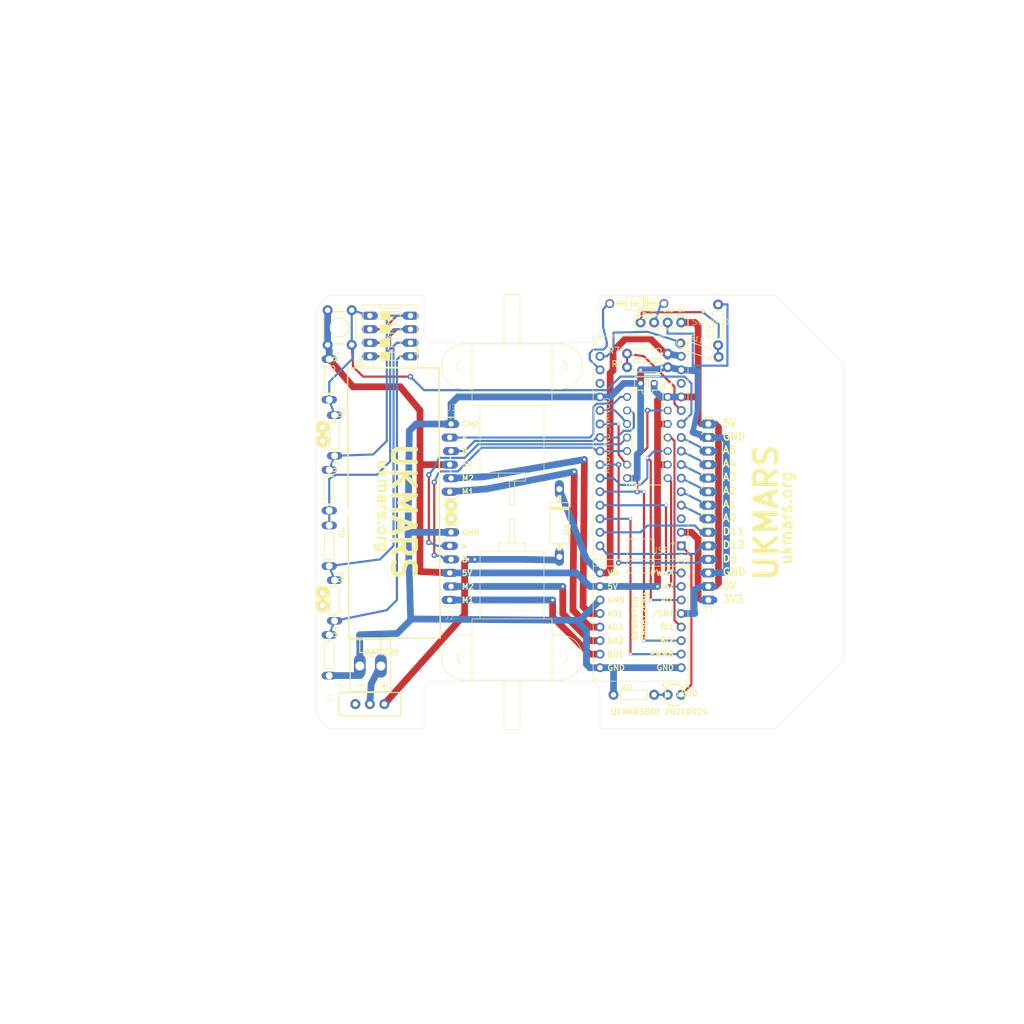
<source format=kicad_pcb>
(kicad_pcb (version 20211014) (generator pcbnew)
  (layers (0 "F.Cu" signal) (31 "B.Cu" signal) (34 "B.Paste" user) (35 "F.Paste" user) (36 "B.SilkS" user "B.Silkscreen") (37 "F.SilkS" user "F.Silkscreen") (38 "B.Mask" user) (39 "F.Mask" user) (44 "Edge.Cuts" user))
  (net 0 "")
  (net 1 "TXD")
  (net 2 "RXD")
  (net 3 "GND")
  (net 4 "LEFT_CLK_A")
  (net 5 "RIGHT_CLK_A")
  (net 6 "USER_IO")
  (net 7 "LEFT_DIR")
  (net 8 "RIGHT_DIR")
  (net 9 "LEFT_PWM")
  (net 10 "PIN4")
  (net 11 "EMITTER_A")
  (net 12 "EMITTER_B")
  (net 13 "SENSOR_0")
  (net 14 "SENSOR_1")
  (net 15 "SENSOR_2")
  (net 16 "SENSOR_3")
  (net 17 "SENSOR_4")
  (net 18 "SENSOR_5")
  (net 19 "FUNCTION_SELECT")
  (net 20 "--")
  (net 21 "V_BATT")
  (net 22 "LEFT_MOTOR_2")
  (net 23 "LEFT_MOTOR_1")
  (net 24 "RIGHT_MOTOR_1")
  (net 25 "RIGHT_MOTOR_2")
  (net 26 "/LEFT_DIR")
  (net 27 "/RIGHT_DIR")
  (net 28 "5V")
  (net 29 "LEFT_A")
  (net 30 "RIGHT_A")
  (net 31 "RIGHT_B")
  (net 32 "N$35")
  (net 33 "N$36")
  (net 34 "LEFT_B")
  (net 35 "N$1")
  (net 36 "N$7")
  (net 37 "N$8")
  (net 38 "N$9")
  (net 39 "N$10")
  (net 40 "3V3")
  (net 41 "N$4")
  (net 42 "N$6")
  (net 43 "N$11")
  (net 44 "N$12")
  (net 45 "N$13")
  (net 46 "N$15")
  (net 47 "D13")
  (net 48 "N$5")
  (net 49 "N$2")
  (net 50 "SERIAL")
  (footprint "ukmarsbot-v1.1:DIL14" (layer "F.Cu") (at 161.2011 91.0336 -90)
    (fp_text reference "IC1")
    (fp_text value "74LS86N")
  )
  (footprint "" (layer "F.Cu") (at 185.3311 129.1336)
    (fp_text reference "@HOLE1" hide)
    (fp_text value "")
  )
  (footprint "" (layer "F.Cu") (at 144.6911 132.3086)
    (fp_text reference "@HOLE7" hide)
    (fp_text value "")
  )
  (footprint "ukmarsbot-v1.1:SPARKFUN-TB6612FNG" (layer "F.Cu") (at 159.9311 126.5936)
    (fp_text reference "U$1" hide)
    (fp_text value "SPARKFUN-TB6612FNG" hide)
  )
  (footprint "ukmarsbot-v1.1:CLASSIC-MAZE-CELL" (layer "F.Cu") (at 135.8011 105.0036)
    (fp_text reference "U$4" hide)
    (fp_text value "" hide)
  )
  (footprint "ukmarsbot-v1.1:1X06_LOCK_LONGPADS" (layer "F.Cu") (at 124.3711 108.8136 -90)
    (fp_text reference "J2")
    (fp_text value "")
  )
  (footprint "ukmarsbot-v1.1:TACTILE_SWITCH_PTH_6.0MM" (layer "F.Cu") (at 103.4711 70.3936 -90)
    (fp_text reference "S2")
    (fp_text value "")
  )
  (footprint "" (layer "F.Cu") (at 192.9511 105.0036)
    (fp_text reference "@HOLE8" hide)
    (fp_text value "")
  )
  (footprint "ukmarsbot-v1.1:LED_3MM" (layer "F.Cu") (at 166.2811 139.2936 180)
    (fp_text reference "LED0")
    (fp_text value "")
  )
  (footprint "ukmarsbot-v1.1:SWITCH_SPDT_PTH_11.6X4.0MM_KIT" (layer "F.Cu") (at 109.1311 141.0436 90)
    (fp_text reference "S1")
    (fp_text value "")
  )
  (footprint "" (layer "F.Cu") (at 175.1711 129.1336)
    (fp_text reference "@HOLE2" hide)
    (fp_text value "")
  )
  (footprint "ukmarsbot-v1.1:0204_7" (layer "F.Cu") (at 170.9711 74.6436 -19.5)
    (fp_text reference "R11")
    (fp_text value "2k2")
  )
  (footprint "" (layer "F.Cu") (at 185.3311 80.8736)
    (fp_text reference "@HOLE0" hide)
    (fp_text value "")
  )
  (footprint "ukmarsbot-v1.1:0204_7" (layer "F.Cu") (at 101.5111 111.3336 90)
    (fp_text reference "R4")
    (fp_text value "2k2")
  )
  (footprint "ukmarsbot-v1.1:0204_7" (layer "F.Cu") (at 161.2011 77.8336 180)
    (fp_text reference "R8")
    (fp_text value "10k")
  )
  (footprint "ukmarsbot-v1.1:KK-156-2" (layer "F.Cu") (at 109.2211 133.8936)
    (fp_text reference "X1")
    (fp_text value "")
  )
  (footprint "ukmarsbot-v1.1:MINI-METAL-GEARMOTOR-WITH-BRACKET" (layer "F.Cu") (at 135.8011 132.3086)
    (fp_text reference "U$2" hide)
    (fp_text value "" hide)
  )
  (footprint "ukmarsbot-v1.1:1X14-LONGPADS" (layer "F.Cu") (at 172.6311 121.5136 90)
    (fp_text reference "J1")
    (fp_text value "")
  )
  (footprint "" (layer "F.Cu") (at 106.5911 105.0036)
    (fp_text reference "@HOLE9" hide)
    (fp_text value "")
  )
  (footprint "" (layer "F.Cu") (at 175.1711 80.8736)
    (fp_text reference "@HOLE3" hide)
    (fp_text value "")
  )
  (footprint "ukmarsbot-v1.1:DO15-12" (layer "F.Cu") (at 144.6911 107.0636 -90)
    (fp_text reference "D1")
    (fp_text value "1N5401/2/4" hide)
  )
  (footprint "ukmarsbot-v1.1:C025-025X050" (layer "F.Cu") (at 161.2011 80.8736 180)
    (fp_text reference "C1")
    (fp_text value "100n")
  )
  (footprint "" (layer "F.Cu") (at 144.6911 77.6986)
    (fp_text reference "@HOLE5" hide)
    (fp_text value "")
  )
  (footprint "ukmarsbot-v1.1:DS-04" (layer "F.Cu") (at 112.9411 71.9836 -90)
    (fp_text reference "S4")
    (fp_text value "")
  )
  (footprint "ukmarsbot-v1.1:DO41-10" (layer "F.Cu") (at 159.2211 65.8936 180)
    (fp_text reference "D2")
    (fp_text value "1N5401/2/4")
  )
  (footprint "ukmarsbot-v1.1:MINI-METAL-GEARMOTOR-WITH-BRACKET" (layer "F.Cu") (at 135.8011 77.6986 180)
    (fp_text reference "U$3" hide)
    (fp_text value "" hide)
  )
  (footprint "ukmarsbot-v1.1:0204_7" (layer "F.Cu") (at 101.5111 100.9236 90)
    (fp_text reference "R3")
    (fp_text value "4k7")
  )
  (footprint "ukmarsbot-v1.1:0204_7" (layer "F.Cu") (at 161.2011 75.2936)
    (fp_text reference "R7")
    (fp_text value "10k")
  )
  (footprint "ukmarsbot-v1.1:1X06_LOCK_LONGPADS" (layer "F.Cu") (at 124.3711 88.4936 -90)
    (fp_text reference "J3")
    (fp_text value "")
  )
  (footprint "ukmarsbot-v1.1:0204_7" (layer "F.Cu") (at 101.5111 131.8836 90)
    (fp_text reference "R6")
    (fp_text value "470")
  )
  (footprint "ukmarsbot-v1.1:0204_7" (layer "F.Cu") (at 102.5111 90.6486 90)
    (fp_text reference "R2")
    (fp_text value "10k")
  )
  (footprint "" (layer "F.Cu") (at 126.9111 77.6986)
    (fp_text reference "@HOLE4" hide)
    (fp_text value "")
  )
  (footprint "ukmarsbot-v1.1:0204_7" (layer "F.Cu") (at 174.4711 69.8936 90)
    (fp_text reference "R10")
    (fp_text value "3k3")
  )
  (footprint "ukmarsbot-v1.1:0204_7" (layer "F.Cu") (at 158.6611 139.2936)
    (fp_text reference "R9")
    (fp_text value "1k0")
  )
  (footprint "ukmarsbot-v1.1:1X04" (layer "F.Cu") (at 167.5511 69.4436 180)
    (fp_text reference "SERIAL0")
    (fp_text value "")
  )
  (footprint "ukmarsbot-v1.1:0204_7" (layer "F.Cu") (at 102.5111 121.6086 90)
    (fp_text reference "R5")
    (fp_text value "1k0")
  )
  (footprint "ukmarsbot-v1.1:ARDUINO_NANO" (layer "F.Cu") (at 159.9311 91.0336 90)
    (fp_text reference "ARDUINO_NANO0")
    (fp_text value "")
  )
  (footprint "" (layer "F.Cu") (at 126.9111 132.3086)
    (fp_text reference "@HOLE6" hide)
    (fp_text value "")
  )
  (footprint "ukmarsbot-v1.1:0204_7" (layer "F.Cu") (at 101.5111 80.1236 90)
    (fp_text reference "R1")
    (fp_text value "10k")
  )
  (gr_line (start 105.1861 128.6536) (end 104.9361 77.9686) (layer "F.SilkS") (width 0.254))
  (gr_line (start 122.0811 77.9686) (end 122.3311 128.6536) (layer "F.SilkS") (width 0.254))
  (gr_circle (center 124.3711 103.7336) (end 125.269125 103.7336) (layer "F.SilkS") (width 0.8128) (fill none))
  (gr_circle (center 100.2411 120.0886) (end 101.139125 120.0886) (layer "F.SilkS") (width 0.8128) (fill none))
  (gr_circle (center 100.2411 89.1286) (end 101.139125 89.1286) (layer "F.SilkS") (width 0.8128) (fill none))
  (gr_circle (center 124.3711 106.2736) (end 125.269125 106.2736) (layer "F.SilkS") (width 0.8128) (fill none))
  (gr_circle (center 100.2411 91.6686) (end 101.139125 91.6686) (layer "F.SilkS") (width 0.8128) (fill none))
  (gr_line (start 122.3311 128.6536) (end 105.1861 128.6536) (layer "F.SilkS") (width 0.254))
  (gr_line (start 104.9361 77.9686) (end 122.0811 77.9686) (layer "F.SilkS") (width 0.254))
  (gr_circle (center 100.2411 122.6286) (end 101.139125 122.6286) (layer "F.SilkS") (width 0.8128) (fill none))
  (gr_arc (start 121.2911 73.2536) (mid 119.876886 72.667814) (end 119.2911 71.2536) (layer "Edge.Cuts") (width 0.05))
  (gr_line (start 119.2911 145.6436) (end 119.2911 138.7536) (layer "Edge.Cuts") (width 0.05))
  (gr_line (start 119.2911 71.2536) (end 119.2911 64.3636) (layer "Edge.Cuts") (width 0.05))
  (gr_line (start 150.3111 73.2536) (end 121.2911 73.2536) (layer "Edge.Cuts") (width 0.05))
  (gr_line (start 101.5111 145.6436) (end 119.2911 145.6436) (layer "Edge.Cuts") (width 0.05))
  (gr_line (start 101.5111 64.3636) (end 98.9711 66.9036) (layer "Edge.Cuts") (width 0.05))
  (gr_line (start 98.9711 143.1036) (end 101.5111 145.6436) (layer "Edge.Cuts") (width 0.05))
  (gr_arc (start 152.3111 71.2536) (mid 151.725314 72.667814) (end 150.3111 73.2536) (layer "Edge.Cuts") (width 0.05))
  (gr_line (start 152.3111 138.7536) (end 152.3111 145.6436) (layer "Edge.Cuts") (width 0.05))
  (gr_line (start 185.3311 64.3636) (end 152.3111 64.3636) (layer "Edge.Cuts") (width 0.05))
  (gr_line (start 185.3311 145.6436) (end 198.0311 132.9436) (layer "Edge.Cuts") (width 0.05))
  (gr_line (start 198.0311 132.9436) (end 198.0311 77.0636) (layer "Edge.Cuts") (width 0.05))
  (gr_arc (start 119.2911 138.7536) (mid 119.876886 137.339386) (end 121.2911 136.7536) (layer "Edge.Cuts") (width 0.05))
  (gr_line (start 152.3111 145.6436) (end 185.3311 145.6436) (layer "Edge.Cuts") (width 0.05))
  (gr_arc (start 150.3111 136.7536) (mid 151.725314 137.339386) (end 152.3111 138.7536) (layer "Edge.Cuts") (width 0.05))
  (gr_line (start 152.3111 64.3636) (end 152.3111 71.2536) (layer "Edge.Cuts") (width 0.05))
  (gr_line (start 98.9711 66.9036) (end 98.9711 143.1036) (layer "Edge.Cuts") (width 0.05))
  (gr_line (start 198.0311 77.0636) (end 185.3311 64.3636) (layer "Edge.Cuts") (width 0.05))
  (gr_line (start 119.2911 64.3636) (end 101.5111 64.3636) (layer "Edge.Cuts") (width 0.05))
  (gr_line (start 121.2911 136.7536) (end 150.3111 136.7536) (layer "Edge.Cuts") (width 0.05))
  (gr_text "5V" (at 175.1711 119.6086) (layer "F.SilkS") (effects (font (size 1.391412 1.391412) (thickness 0.284988)) (justify left bottom)))
  (gr_text "GND" (at 153.5811 122.1486) (layer "F.SilkS") (effects (font (size 1.0541 1.0541) (thickness 0.2159)) (justify left bottom)))
  (gr_text "B02" (at 153.5811 129.7686) (layer "F.SilkS") (effects (font (size 1.0541 1.0541) (thickness 0.2159)) (justify left bottom)))
  (gr_text "5V" (at 153.5811 119.6086) (layer "F.SilkS") (effects (font (size 1.0541 1.0541) (thickness 0.2159)) (justify left bottom)))
  (gr_text "RX" (at 161.5211 67.5736) (layer "F.SilkS") (effects (font (size 0.674624 0.674624) (thickness 0.138176)) (justify left bottom)))
  (gr_text "BI1" (at 166.2811 125.9586) (layer "F.SilkS") (effects (font (size 1.0541 1.0541) (thickness 0.2159)) (justify right top)))
  (gr_text "UKMARS" (at 185.9661 118.3386 90) (layer "F.SilkS") (effects (font (size 4.2164 4.2164) (thickness 0.8636)) (justify left bottom)))
  (gr_text "GND" (at 163.9761 67.5386) (layer "F.SilkS") (effects (font (size 0.674624 0.674624) (thickness 0.138176)) (justify left bottom)))
  (gr_text "GND" (at 126.2761 89.1286) (layer "F.SilkS") (effects (font (size 1.0541 1.0541) (thickness 0.2159)) (justify left bottom)))
  (gr_text "B01" (at 153.5811 132.3086) (layer "F.SilkS") (effects (font (size 1.0541 1.0541) (thickness 0.2159)) (justify left bottom)))
  (gr_text "3V3" (at 175.1711 122.1486) (layer "F.SilkS") (effects (font (size 1.391412 1.391412) (thickness 0.284988)) (justify left bottom)))
  (gr_text "D12" (at 175.1711 111.9886) (layer "F.SilkS") (effects (font (size 1.391412 1.391412) (thickness 0.284988)) (justify left bottom)))
  (gr_text "K" (at 163.7411 138.0236) (layer "F.SilkS") (effects (font (size 0.83 0.83) (thickness 0.17)) (justify left bottom)))
  (gr_text "A0" (at 175.1711 106.9086) (layer "F.SilkS") (effects (font (size 1.391412 1.391412) (thickness 0.284988)) (justify left bottom)))
  (gr_text "/SBY" (at 166.2811 123.4186) (layer "F.SilkS") (effects (font (size 1.0541 1.0541) (thickness 0.2159)) (justify right top)))
  (gr_text "M2" (at 126.2761 119.6086) (layer "F.SilkS") (effects (font (size 1.0541 1.0541) (thickness 0.2159)) (justify left bottom)))
  (gr_text "M2" (at 126.2761 99.2886) (layer "F.SilkS") (effects (font (size 1.0541 1.0541) (thickness 0.2159)) (justify left bottom)))
  (gr_text "A3" (at 175.1711 99.2886) (layer "F.SilkS") (effects (font (size 1.391412 1.391412) (thickness 0.284988)) (justify left bottom)))
  (gr_text "B" (at 126.2761 114.5286) (layer "F.SilkS") (effects (font (size 1.0541 1.0541) (thickness 0.2159)) (justify left bottom)))
  (gr_text "UKMARSBOT 20210924" (at 154.2161 143.1036) (layer "F.SilkS") (effects (font (size 1.0541 1.0541) (thickness 0.2159)) (justify left bottom)))
  (gr_text "-" (at 106.5761 138.2536) (layer "F.SilkS") (effects (font (size 1.391412 1.391412) (thickness 0.284988)) (justify left bottom)))
  (gr_text "TX" (at 159.2961 67.5386) (layer "F.SilkS") (effects (font (size 0.674624 0.674624) (thickness 0.138176)) (justify left bottom)))
  (gr_text "B" (at 126.2761 94.2086) (layer "F.SilkS") (effects (font (size 1.0541 1.0541) (thickness 0.2159)) (justify left bottom)))
  (gr_text "PWMA" (at 166.2811 115.7986) (layer "F.SilkS") (effects (font (size 1.0541 1.0541) (thickness 0.2159)) (justify right top)))
  (gr_text "M1" (at 126.2761 122.1486) (layer "F.SilkS") (effects (font (size 1.0541 1.0541) (thickness 0.2159)) (justify left bottom)))
  (gr_text "M1" (at 126.2761 101.8286) (layer "F.SilkS") (effects (font (size 1.0541 1.0541) (thickness 0.2159)) (justify left bottom)))
  (gr_text "UKMARS" (at 112.9411 91.6686 270) (layer "F.SilkS") (effects (font (size 4.2164 4.2164) (thickness 0.8636)) (justify left bottom)))
  (gr_text "5V" (at 126.2761 117.0686) (layer "F.SilkS") (effects (font (size 1.0541 1.0541) (thickness 0.2159)) (justify left bottom)))
  (gr_text "ukmars.org" (at 188.5061 115.1636 90) (layer "F.SilkS") (effects (font (size 2.1082 2.1082) (thickness 0.4318)) (justify left bottom)))
  (gr_text "D11" (at 175.1711 109.4486) (layer "F.SilkS") (effects (font (size 1.391412 1.391412) (thickness 0.284988)) (justify left bottom)))
  (gr_text "+" (at 110.7861 138.2536) (layer "F.SilkS") (effects (font (size 1.391412 1.391412) (thickness 0.284988)) (justify left bottom)))
  (gr_text "5V" (at 175.1711 89.1286) (layer "F.SilkS") (effects (font (size 1.391412 1.391412) (thickness 0.284988)) (justify left bottom)))
  (gr_text "GND" (at 153.5811 134.8486) (layer "F.SilkS") (effects (font (size 1.0541 1.0541) (thickness 0.2159)) (justify left bottom)))
  (gr_text "A1" (at 175.1711 104.3686) (layer "F.SilkS") (effects (font (size 1.391412 1.391412) (thickness 0.284988)) (justify left bottom)))
  (gr_text "BATTERY" (at 108.0461 131.9736) (layer "F.SilkS") (effects (font (size 1.0541 1.0541) (thickness 0.2159)) (justify left bottom)))
  (gr_text "GND" (at 166.2811 133.5786) (layer "F.SilkS") (effects (font (size 1.0541 1.0541) (thickness 0.2159)) (justify right top)))
  (gr_text "SPARKFUN\nTB6612FNG" (at 161.2011 129.1336 90) (layer "F.SilkS") (effects (font (size 1.0541 1.0541) (thickness 0.2159)) (justify left bottom)))
  (gr_text "GND" (at 175.1711 91.6686) (layer "F.SilkS") (effects (font (size 1.391412 1.391412) (thickness 0.284988)) (justify left bottom)))
  (gr_text "A01" (at 153.5811 124.6886) (layer "F.SilkS") (effects (font (size 1.0541 1.0541) (thickness 0.2159)) (justify left bottom)))
  (gr_text "GND" (at 126.2761 109.4486) (layer "F.SilkS") (effects (font (size 1.0541 1.0541) (thickness 0.2159)) (justify left bottom)))
  (gr_text "A" (at 126.2761 91.6686) (layer "F.SilkS") (effects (font (size 1.0541 1.0541) (thickness 0.2159)) (justify left bottom)))
  (gr_text "A2" (at 175.1711 101.8286) (layer "F.SilkS") (effects (font (size 1.391412 1.391412) (thickness 0.284988)) (justify left bottom)))
  (gr_text "A5" (at 175.1711 94.2086) (layer "F.SilkS") (effects (font (size 1.391412 1.391412) (thickness 0.284988)) (justify left bottom)))
  (gr_text "GND" (at 175.1711 117.0686) (layer "F.SilkS") (effects (font (size 1.391412 1.391412) (thickness 0.284988)) (justify left bottom)))
  (gr_text "5V" (at 166.9161 67.5386) (layer "F.SilkS") (effects (font (size 0.674624 0.674624) (thickness 0.138176)) (justify left bottom)))
  (gr_text "A4" (at 175.1711 96.7486) (layer "F.SilkS") (effects (font (size 1.391412 1.391412) (thickness 0.284988)) (justify left bottom)))
  (gr_text "AI1" (at 166.2811 120.8786) (layer "F.SilkS") (effects (font (size 1.0541 1.0541) (thickness 0.2159)) (justify right top)))
  (gr_text "AI2" (at 166.2811 118.3386) (layer "F.SilkS") (effects (font (size 1.0541 1.0541) (thickness 0.2159)) (justify right top)))
  (gr_text "D6" (at 175.1711 114.5286) (layer "F.SilkS") (effects (font (size 1.391412 1.391412) (thickness 0.284988)) (justify left bottom)))
  (gr_text "A" (at 126.2761 111.9886) (layer "F.SilkS") (effects (font (size 1.0541 1.0541) (thickness 0.2159)) (justify left bottom)))
  (gr_text "BI2" (at 166.2811 128.4986) (layer "F.SilkS") (effects (font (size 1.0541 1.0541) (thickness 0.2159)) (justify right top)))
  (gr_text "A" (at 168.1861 138.0236) (layer "F.SilkS") (effects (font (size 0.83 0.83) (thickness 0.17)) (justify left bottom)))
  (gr_text "ukmars.org" (at 110.4011 94.8436 270) (layer "F.SilkS") (effects (font (size 2.1082 2.1082) (thickness 0.4318)) (justify left bottom)))
  (gr_text "PWMB" (at 166.2811 131.0386) (layer "F.SilkS") (effects (font (size 1.0541 1.0541) (thickness 0.2159)) (justify right top)))
  (gr_text "5V" (at 126.2761 96.7486) (layer "F.SilkS") (effects (font (size 1.0541 1.0541) (thickness 0.2159)) (justify left bottom)))
  (gr_text "AO2" (at 153.5811 127.2286) (layer "F.SilkS") (effects (font (size 1.0541 1.0541) (thickness 0.2159)) (justify left bottom)))
  (gr_text "VM" (at 153.5811 117.0686) (layer "F.SilkS") (effects (font (size 1.0541 1.0541) (thickness 0.2159)) (justify left bottom)))
  (segment (start 154.8511 71.3486) (end 161.2561 71.1936) (width 0.4064) (layer "B.Cu") (net 1))
  (segment (start 167.3511 73.0986) (end 161.2561 71.1936) (width 0.4064) (layer "B.Cu") (net 1))
  (segment (start 152.3111 75.7936) (end 153.5811 75.7936) (width 0.4064) (layer "B.Cu") (net 1))
  (segment (start 154.8511 74.5236) (end 154.8511 71.3486) (width 0.4064) (layer "B.Cu") (net 1))
  (segment (start 153.5811 75.7936) (end 154.8511 74.5236) (width 0.4064) (layer "B.Cu") (net 1))
  (segment (start 150.4061 76.4286) (end 150.4061 75.1586) (width 0.4064) (layer "B.Cu") (net 2))
  (segment (start 150.4061 75.1586) (end 151.0411 74.5236) (width 0.4064) (layer "B.Cu") (net 2))
  (segment (start 152.8911 70.2886) (end 152.8761 67.0386) (width 0.4064) (layer "B.Cu") (net 2))
  (segment (start 152.9461 74.5236) (end 153.5811 73.8886) (width 0.4064) (layer "B.Cu") (net 2))
  (segment (start 153.5811 73.0986) (end 152.8911 70.2886) (width 0.4064) (layer "B.Cu") (net 2))
  (segment (start 153.5811 73.8886) (end 153.5811 73.0986) (width 0.4064) (layer "B.Cu") (net 2))
  (segment (start 152.3111 78.3336) (end 150.4061 76.4286) (width 0.4064) (layer "B.Cu") (net 2))
  (segment (start 152.8761 67.0386) (end 153.7611 65.9236) (width 0.4064) (layer "B.Cu") (net 2))
  (segment (start 151.0411 74.5236) (end 152.9461 74.5236) (width 0.4064) (layer "B.Cu") (net 2))
  (segment (start 159.9311 80.8736) (end 159.9311 78.3336) (width 1.27) (layer "F.Cu") (net 3))
  (via (at 159.9311 78.3336) (size 1.008) (drill 0.5) (layers "F.Cu" "B.Cu") (net 3))
  (segment (start 116.7911 125.0736) (end 116.7911 125.2486) (width 1.27) (layer "B.Cu") (net 3))
  (segment (start 116.7911 125.2486) (end 114.2511 127.7886) (width 1.27) (layer "B.Cu") (net 3))
  (segment (start 159.2961 94.2086) (end 159.9311 93.5736) (width 1.27) (layer "B.Cu") (net 3))
  (segment (start 174.4761 66.0336) (end 176.2161 66.0486) (width 0.4064) (layer "B.Cu") (net 3))
  (segment (start 149.7711 127.2286) (end 148.1836 125.6411) (width 1.27) (layer "B.Cu") (net 3))
  (segment (start 116.2911 108.8136) (end 124.3711 108.8136) (width 1.27) (layer "B.Cu") (net 3))
  (segment (start 169.9761 77.5336) (end 176.2161 77.5486) (width 0.4064) (layer "B.Cu") (net 3))
  (segment (start 150.4061 134.2136) (end 149.7711 133.5786) (width 1.27) (layer "B.Cu") (net 3))
  (segment (start 152.3111 83.4136) (end 154.2161 83.4136) (width 1.27) (layer "B.Cu") (net 3))
  (segment (start 107.2461 135.6936) (end 101.5111 135.6936) (width 1.27) (layer "B.Cu") (net 3))
  (segment (start 162.4711 78.3336) (end 165.0111 77.8336) (width 1.27) (layer "B.Cu") (net 3))
  (segment (start 156.7561 80.8736) (end 159.9311 80.8736) (width 1.27) (layer "B.Cu") (net 3))
  (segment (start 116.2911 108.8136) (end 116.7911 125.0736) (width 1.27) (layer "B.Cu") (net 3))
  (segment (start 159.9311 93.5736) (end 159.9311 80.8736) (width 1.27) (layer "B.Cu") (net 3))
  (segment (start 116.5411 89.7636) (end 116.2911 108.8136) (width 1.27) (layer "B.Cu") (net 3))
  (segment (start 176.2261 66.0336) (end 176.2161 77.5486) (width 0.4064) (layer "B.Cu") (net 3))
  (segment (start 152.3111 121.5136) (end 148.1836 125.6411) (width 1.27) (layer "B.Cu") (net 3))
  (segment (start 173.9011 116.4336) (end 172.6311 116.4336) (width 1.27) (layer "B.Cu") (net 3))
  (segment (start 167.5511 134.2136) (end 154.8511 134.2136) (width 1.27) (layer "B.Cu") (net 3))
  (segment (start 169.7261 90.0336) (end 170.7161 85.2986) (width 1.016) (layer "B.Cu") (net 3))
  (segment (start 152.3111 134.2136) (end 154.8511 134.2136) (width 1.27) (layer "B.Cu") (net 3))
  (segment (start 159.9311 78.3336) (end 162.4711 78.3336) (width 1.27) (layer "B.Cu") (net 3))
  (segment (start 125.6411 83.4136) (end 124.3711 84.6836) (width 1.27) (layer "B.Cu") (net 3))
  (segment (start 176.0361 91.1686) (end 176.0361 116.2986) (width 1.27) (layer "B.Cu") (net 3))
  (segment (start 173.9011 91.0336) (end 176.0361 91.1686) (width 1.27) (layer "B.Cu") (net 3))
  (segment (start 107.2111 128.0386) (end 107.2661 132.5386) (width 1.27) (layer "B.Cu") (net 3))
  (segment (start 172.6311 91.0336) (end 173.9011 91.0336) (width 1.27) (layer "B.Cu") (net 3))
  (segment (start 154.2161 83.4136) (end 156.7561 80.8736) (width 1.27) (layer "B.Cu") (net 3))
  (segment (start 148.1836 125.6411) (end 147.8661 125.3236) (width 1.27) (layer "B.Cu") (net 3))
  (segment (start 176.0361 116.2986) (end 173.9011 116.4336) (width 1.27) (layer "B.Cu") (net 3))
  (segment (start 164.9761 69.5336) (end 164.9661 71.5486) (width 0.4064) (layer "B.Cu") (net 3))
  (segment (start 152.3111 134.2136) (end 150.4061 134.2136) (width 1.27) (layer "B.Cu") (net 3))
  (segment (start 107.2661 132.5386) (end 107.3811 135.6736) (width 1.27) (layer "B.Cu") (net 3))
  (segment (start 164.9761 71.5336) (end 169.7161 71.5486) (width 0.4064) (layer "B.Cu") (net 3))
  (segment (start 117.8111 88.4936) (end 124.3711 88.4936) (width 1.27) (layer "B.Cu") (net 3))
  (segment (start 165.0111 77.8336) (end 167.5511 78.3336) (width 1.27) (layer "B.Cu") (net 3))
  (segment (start 149.7711 133.5786) (end 149.7711 127.2286) (width 1.27) (layer "B.Cu") (net 3))
  (segment (start 157.3911 98.6536) (end 159.2961 98.6536) (width 1.27) (layer "B.Cu") (net 3))
  (segment (start 154.8511 139.2936) (end 154.8511 134.2136) (width 1.27) (layer "B.Cu") (net 3))
  (segment (start 167.5511 78.3336) (end 170.6611 78.5436) (width 1.27) (layer "B.Cu") (net 3))
  (segment (start 114.2511 127.7886) (end 107.2111 128.0386) (width 1.27) (layer "B.Cu") (net 3))
  (segment (start 172.6311 91.0336) (end 169.7261 90.0336) (width 1.27) (layer "B.Cu") (net 3))
  (segment (start 152.3111 83.4136) (end 125.6411 83.4136) (width 1.27) (layer "B.Cu") (net 3))
  (segment (start 147.8661 125.3236) (end 116.7911 125.0736) (width 1.27) (layer "B.Cu") (net 3))
  (segment (start 124.3711 84.6836) (end 124.3711 88.4936) (width 1.27) (layer "B.Cu") (net 3))
  (segment (start 117.8111 88.4936) (end 116.5411 89.7636) (width 1.27) (layer "B.Cu") (net 3))
  (segment (start 169.7261 71.5336) (end 169.7161 78.5486) (width 0.4064) (layer "B.Cu") (net 3))
  (segment (start 159.2961 98.6536) (end 159.2961 94.2086) (width 1.27) (layer "B.Cu") (net 3))
  (segment (start 170.6611 78.5436) (end 170.7161 85.2986) (width 1.016) (layer "B.Cu") (net 3))
  (segment (start 156.3711 87.2236) (end 157.3911 88.4936) (width 0.4064) (layer "B.Cu") (net 4))
  (segment (start 156.3711 87.2236) (end 155.1011 85.9536) (width 0.4064) (layer "B.Cu") (net 4))
  (segment (start 155.1011 85.9536) (end 152.3111 85.9536) (width 0.4064) (layer "B.Cu") (net 4))
  (segment (start 155.8036 88.4936) (end 155.8036 94.2086) (width 0.4064) (layer "F.Cu") (net 5))
  (segment (start 157.3911 96.1136) (end 156.7561 95.4786) (width 0.4064) (layer "F.Cu") (net 5))
  (segment (start 156.7561 95.4786) (end 155.8036 94.2086) (width 0.4064) (layer "F.Cu") (net 5))
  (via (at 155.8036 88.4936) (size 0.6096) (drill 0.5) (layers "F.Cu" "B.Cu") (net 5))
  (segment (start 155.8036 88.4936) (end 152.3111 88.4936) (width 0.4064) (layer "B.Cu") (net 5))
  (segment (start 155.8036 96.1136) (end 155.8036 114.5286) (width 0.4064) (layer "F.Cu") (net 6))
  (via (at 155.8036 114.5286) (size 1.008) (drill 0.5) (layers "F.Cu" "B.Cu") (net 6))
  (via (at 155.8036 96.1136) (size 1.008) (drill 0.5) (layers "F.Cu" "B.Cu") (net 6))
  (segment (start 152.3111 96.1136) (end 155.8036 96.1136) (width 0.4064) (layer "B.Cu") (net 6))
  (segment (start 172.6311 113.8936) (end 171.9961 114.5286) (width 0.4064) (layer "B.Cu") (net 6))
  (segment (start 171.9961 114.5286) (end 155.8036 114.5286) (width 0.4064) (layer "B.Cu") (net 6))
  (segment (start 161.8361 95.4786) (end 161.2011 94.8436) (width 0.4064) (layer "F.Cu") (net 7))
  (segment (start 161.8361 120.8786) (end 161.8361 95.4786) (width 0.4064) (layer "F.Cu") (net 7))
  (segment (start 161.8361 121.5136) (end 161.8361 120.8786) (width 0.4064) (layer "F.Cu") (net 7))
  (via (at 161.2011 94.8436) (size 0.6096) (drill 0.5) (layers "F.Cu" "B.Cu") (net 7))
  (via (at 161.8361 121.5136) (size 0.6096) (drill 0.5) (layers "F.Cu" "B.Cu") (net 7))
  (segment (start 156.1211 99.9236) (end 159.9311 99.9236) (width 0.4064) (layer "B.Cu") (net 7))
  (segment (start 163.1061 93.5736) (end 165.0111 93.5736) (width 0.4064) (layer "B.Cu") (net 7))
  (segment (start 162.4711 93.5736) (end 163.1061 93.5736) (width 0.4064) (layer "B.Cu") (net 7))
  (segment (start 159.9311 99.9236) (end 160.5661 99.2886) (width 0.4064) (layer "B.Cu") (net 7))
  (segment (start 160.5661 99.2886) (end 161.2011 98.6536) (width 0.4064) (layer "B.Cu") (net 7))
  (segment (start 161.2011 98.6536) (end 161.2011 94.8436) (width 0.4064) (layer "B.Cu") (net 7))
  (segment (start 161.2011 94.8436) (end 162.4711 93.5736) (width 0.4064) (layer "B.Cu") (net 7))
  (segment (start 154.8511 98.6536) (end 156.1211 99.9236) (width 0.4064) (layer "B.Cu") (net 7))
  (segment (start 167.5511 121.5136) (end 161.8361 121.5136) (width 0.4064) (layer "B.Cu") (net 7))
  (segment (start 152.3111 98.6536) (end 154.8511 98.6536) (width 0.4064) (layer "B.Cu") (net 7))
  (segment (start 161.2011 92.9386) (end 159.2961 94.8436) (width 0.4064) (layer "F.Cu") (net 8))
  (segment (start 161.2011 85.9536) (end 161.2011 92.9386) (width 0.4064) (layer "F.Cu") (net 8))
  (segment (start 159.2961 94.8436) (end 159.2961 101.1936) (width 0.4064) (layer "F.Cu") (net 8))
  (segment (start 160.5661 129.1336) (end 160.5661 101.1936) (width 0.4064) (layer "F.Cu") (net 8))
  (via (at 161.2011 85.9536) (size 1.008) (drill 0.5) (layers "F.Cu" "B.Cu") (net 8))
  (via (at 160.5661 129.1336) (size 0.6096) (drill 0.5) (layers "F.Cu" "B.Cu") (net 8))
  (via (at 160.5661 101.1936) (size 0.6096) (drill 0.5) (layers "F.Cu" "B.Cu") (net 8))
  (via (at 159.2961 101.1936) (size 1.008) (drill 0.5) (layers "F.Cu" "B.Cu") (net 8))
  (segment (start 159.2961 101.1936) (end 159.9311 101.1936) (width 0.4064) (layer "B.Cu") (net 8))
  (segment (start 160.5661 101.1936) (end 159.9311 101.1936) (width 0.4064) (layer "B.Cu") (net 8))
  (segment (start 165.0111 85.9536) (end 161.2011 85.9536) (width 0.4064) (layer "B.Cu") (net 8))
  (segment (start 167.5511 129.1336) (end 160.5661 129.1336) (width 0.4064) (layer "B.Cu") (net 8))
  (segment (start 152.3111 101.1936) (end 159.2961 101.1936) (width 0.4064) (layer "B.Cu") (net 8))
  (segment (start 164.6936 116.4336) (end 164.6936 103.7336) (width 0.4064) (layer "F.Cu") (net 9))
  (via (at 164.6936 116.4336) (size 0.6096) (drill 0.5) (layers "F.Cu" "B.Cu") (net 9))
  (via (at 164.6936 103.7336) (size 0.6096) (drill 0.5) (layers "F.Cu" "B.Cu") (net 9))
  (segment (start 167.5511 116.4336) (end 164.6936 116.4336) (width 0.4064) (layer "B.Cu") (net 9))
  (segment (start 152.3111 103.7336) (end 164.6936 103.7336) (width 0.4064) (layer "B.Cu") (net 9))
  (segment (start 158.0261 106.2736) (end 158.0261 131.6736) (width 0.4064) (layer "F.Cu") (net 10))
  (via (at 158.0261 106.2736) (size 0.6096) (drill 0.5) (layers "F.Cu" "B.Cu") (net 10))
  (via (at 158.0261 131.6736) (size 0.6096) (drill 0.5) (layers "F.Cu" "B.Cu") (net 10))
  (segment (start 152.3111 106.2736) (end 158.0261 106.2736) (width 0.4064) (layer "B.Cu") (net 10))
  (segment (start 174.6011 69.7736) (end 174.5261 73.7736) (width 0.4064) (layer "B.Cu") (net 10))
  (segment (start 174.3511 73.7736) (end 174.5261 75.7736) (width 0.4064) (layer "B.Cu") (net 10))
  (segment (start 167.5511 131.6736) (end 158.0261 131.6736) (width 0.4064) (layer "B.Cu") (net 10))
  (segment (start 171.6011 67.5236) (end 174.5261 69.7736) (width 0.4064) (layer "B.Cu") (net 10))
  (segment (start 170.0911 107.5436) (end 161.2011 107.5436) (width 0.4064) (layer "B.Cu") (net 11))
  (segment (start 161.2011 107.5436) (end 159.9311 108.8136) (width 0.4064) (layer "B.Cu") (net 11))
  (segment (start 159.9311 108.8136) (end 152.3111 108.8136) (width 0.4064) (layer "B.Cu") (net 11))
  (segment (start 171.3611 108.8136) (end 170.0911 107.5436) (width 0.4064) (layer "B.Cu") (net 11))
  (segment (start 172.6311 108.8136) (end 171.3611 108.8136) (width 0.4064) (layer "B.Cu") (net 11))
  (segment (start 153.5811 112.8736) (end 152.3111 111.3536) (width 0.4064) (layer "B.Cu") (net 12))
  (segment (start 171.3611 111.3536) (end 170.0911 112.8736) (width 0.4064) (layer "B.Cu") (net 12))
  (segment (start 172.6311 111.3536) (end 171.3611 111.3536) (width 0.4064) (layer "B.Cu") (net 12))
  (segment (start 170.0911 112.8736) (end 153.5811 112.8736) (width 0.4064) (layer "B.Cu") (net 12))
  (segment (start 167.5511 103.7336) (end 172.6311 106.2736) (width 0.4064) (layer "B.Cu") (net 13))
  (segment (start 167.5511 101.1936) (end 172.6311 103.7336) (width 0.4064) (layer "B.Cu") (net 14))
  (segment (start 167.5511 98.6536) (end 172.6311 101.1936) (width 0.4064) (layer "B.Cu") (net 15))
  (segment (start 167.5511 96.1136) (end 172.6311 98.6536) (width 0.4064) (layer "B.Cu") (net 16))
  (segment (start 167.5511 93.5736) (end 172.6311 96.1136) (width 0.4064) (layer "B.Cu") (net 17))
  (segment (start 167.5511 91.0336) (end 172.6311 93.5736) (width 0.4064) (layer "B.Cu") (net 18))
  (segment (start 107.8611 79.6036) (end 105.9817 77.7242) (width 0.4064) (layer "F.Cu") (net 19))
  (segment (start 116.7511 79.6036) (end 107.8611 79.6036) (width 0.4064) (layer "F.Cu") (net 19))
  (segment (start 105.9817 77.7242) (end 105.7317 73.6448) (width 0.4064) (layer "F.Cu") (net 19))
  (via (at 116.7511 79.6036) (size 1.008) (drill 0.5) (layers "F.Cu" "B.Cu") (net 19))
  (segment (start 169.4561 86.5886) (end 167.5511 88.4936) (width 0.4064) (layer "B.Cu") (net 19))
  (segment (start 105.9711 76.1436) (end 105.9711 74.6554) (width 0.4064) (layer "B.Cu") (net 19))
  (segment (start 101.5111 80.6036) (end 101.5111 83.9336) (width 0.4064) (layer "B.Cu") (net 19))
  (segment (start 101.5111 80.6036) (end 105.9711 76.1436) (width 0.4064) (layer "B.Cu") (net 19))
  (segment (start 109.0999 68.1424) (end 109.1311 68.1736) (width 0.4064) (layer "B.Cu") (net 19))
  (segment (start 153.5811 82.1436) (end 156.1211 79.6036) (width 0.4064) (layer "B.Cu") (net 19))
  (segment (start 168.1861 79.6036) (end 169.4561 80.8736) (width 0.4064) (layer "B.Cu") (net 19))
  (segment (start 105.7317 67.1424) (end 109.0999 68.1424) (width 0.4064) (layer "B.Cu") (net 19))
  (segment (start 169.4561 80.8736) (end 169.4561 86.5886) (width 0.4064) (layer "B.Cu") (net 19))
  (segment (start 119.2911 82.1436) (end 153.5811 82.1436) (width 0.4064) (layer "B.Cu") (net 19))
  (segment (start 102.5111 86.8386) (end 101.5111 83.9336) (width 0.4064) (layer "B.Cu") (net 19))
  (segment (start 105.7317 73.6448) (end 105.7317 67.1424) (width 0.4064) (layer "B.Cu") (net 19))
  (segment (start 116.7511 79.6036) (end 119.2911 82.1436) (width 0.4064) (layer "B.Cu") (net 19))
  (segment (start 105.9711 74.6554) (end 105.7317 73.6448) (width 0.4064) (layer "B.Cu") (net 19))
  (segment (start 156.1211 79.6036) (end 168.1861 79.6036) (width 0.4064) (layer "B.Cu") (net 19))
  (segment (start 166.2811 81.5086) (end 160.5661 75.7936) (width 0.4064) (layer "F.Cu") (net 20))
  (segment (start 167.5511 85.9536) (end 166.2811 84.6836) (width 0.4064) (layer "F.Cu") (net 20))
  (segment (start 157.3911 77.8336) (end 157.3911 75.2936) (width 0.4064) (layer "F.Cu") (net 20))
  (segment (start 171.5311 67.5086) (end 160.3161 67.5436) (width 0.4064) (layer "F.Cu") (net 20))
  (segment (start 160.5661 75.7936) (end 157.3911 75.2936) (width 0.4064) (layer "F.Cu") (net 20))
  (segment (start 166.2811 84.6836) (end 166.2811 81.5086) (width 0.4064) (layer "F.Cu") (net 20))
  (segment (start 160.0661 69.2936) (end 160.1411 67.5436) (width 0.4064) (layer "F.Cu") (net 20))
  (segment (start 154.76135 74.82685) (end 157.0541 72.5341) (width 1.27) (layer "F.Cu") (net 21))
  (segment (start 154.2161 78.9686) (end 154.2161 115.7986) (width 1.27) (layer "F.Cu") (net 21))
  (segment (start 154.76135 74.82685) (end 154.76135 78.42335) (width 1.27) (layer "F.Cu") (net 21))
  (segment (start 165.0023 75.74395) (end 165.0111 75.2936) (width 1.27) (layer "F.Cu") (net 21))
  (segment (start 161.79245 72.5341) (end 165.0023 75.74395) (width 1.27) (layer "F.Cu") (net 21))
  (segment (start 157.0541 72.5341) (end 161.79245 72.5341) (width 1.27) (layer "F.Cu") (net 21))
  (segment (start 154.2161 115.7986) (end 153.5811 116.4336) (width 1.27) (layer "F.Cu") (net 21))
  (segment (start 154.76135 78.42335) (end 154.2161 78.9686) (width 1.27) (layer "F.Cu") (net 21))
  (segment (start 153.5811 116.4336) (end 152.3111 116.4336) (width 1.27) (layer "F.Cu") (net 21))
  (segment (start 167.5511 75.7936) (end 165.0111 75.2936) (width 1.27) (layer "B.Cu") (net 21))
  (segment (start 149.7711 113.8936) (end 152.3111 116.4336) (width 1.27) (layer "B.Cu") (net 21))
  (segment (start 144.6911 100.7136) (end 149.7711 113.8936) (width 1.27) (layer "B.Cu") (net 21))
  (segment (start 147.4811 97.4436) (end 147.2311 123.4186) (width 1.27) (layer "F.Cu") (net 22))
  (segment (start 150.4061 126.5936) (end 147.2311 123.4186) (width 1.27) (layer "F.Cu") (net 22))
  (segment (start 152.3111 126.5936) (end 150.4061 126.5936) (width 1.27) (layer "F.Cu") (net 22))
  (via (at 147.4811 97.4436) (size 0.6096) (drill 0.5) (layers "F.Cu" "B.Cu") (net 22))
  (segment (start 124.1171 101.1936) (end 130.9411 100.6936) (width 1.27) (layer "B.Cu") (net 22))
  (segment (start 130.9411 100.6936) (end 147.4811 97.4436) (width 1.27) (layer "B.Cu") (net 22))
  (segment (start 149.1361 122.7836) (end 149.1361 121.5136) (width 1.27) (layer "F.Cu") (net 23))
  (segment (start 152.3111 124.0536) (end 150.4061 124.0536) (width 1.27) (layer "F.Cu") (net 23))
  (segment (start 150.4061 124.0536) (end 149.1361 122.7836) (width 1.27) (layer "F.Cu") (net 23))
  (segment (start 149.3861 95.1536) (end 149.1361 121.5136) (width 1.27) (layer "F.Cu") (net 23))
  (via (at 149.3861 95.1536) (size 0.6096) (drill 0.5) (layers "F.Cu" "B.Cu") (net 23))
  (via (at 171.6361 67.4036) (size 0.6096) (drill 0.5) (layers "F.Cu" "B.Cu") (net 23))
  (segment (start 124.3711 98.6536) (end 130.4411 98.4036) (width 1.27) (layer "B.Cu") (net 23))
  (segment (start 130.4411 98.4036) (end 149.3861 95.1536) (width 1.27) (layer "B.Cu") (net 23))
  (segment (start 152.3111 131.6736) (end 150.4061 131.6736) (width 1.27) (layer "F.Cu") (net 24))
  (segment (start 143.4211 124.6886) (end 143.4211 121.5136) (width 1.27) (layer "F.Cu") (net 24))
  (segment (start 150.4061 131.6736) (end 145.3261 126.5936) (width 1.27) (layer "F.Cu") (net 24))
  (segment (start 145.3261 126.5936) (end 143.4211 124.6886) (width 1.27) (layer "F.Cu") (net 24))
  (via (at 143.4211 121.5136) (size 0.6096) (drill 0.5) (layers "F.Cu" "B.Cu") (net 24))
  (segment (start 124.1171 121.5136) (end 143.4211 121.5136) (width 1.27) (layer "B.Cu") (net 24))
  (segment (start 152.3111 129.1336) (end 150.4061 129.1336) (width 1.27) (layer "F.Cu") (net 25))
  (segment (start 145.3261 118.9736) (end 145.3261 121.5136) (width 1.27) (layer "F.Cu") (net 25))
  (segment (start 145.3261 124.0536) (end 145.3261 121.5136) (width 1.27) (layer "F.Cu") (net 25))
  (segment (start 150.4061 129.1336) (end 145.3261 124.0536) (width 1.27) (layer "F.Cu") (net 25))
  (via (at 145.3261 118.9736) (size 0.6096) (drill 0.5) (layers "F.Cu" "B.Cu") (net 25))
  (segment (start 124.3711 118.9736) (end 145.3261 118.9736) (width 1.27) (layer "B.Cu") (net 25))
  (segment (start 165.0111 98.6536) (end 165.6461 99.2886) (width 0.4064) (layer "F.Cu") (net 26))
  (segment (start 165.6461 118.3386) (end 165.0111 118.9736) (width 0.4064) (layer "F.Cu") (net 26))
  (segment (start 165.6461 99.2886) (end 165.6461 118.3386) (width 0.4064) (layer "F.Cu") (net 26))
  (via (at 165.0111 118.9736) (size 0.6096) (drill 0.5) (layers "F.Cu" "B.Cu") (net 26))
  (segment (start 165.0111 118.9736) (end 167.5511 118.9736) (width 0.4064) (layer "B.Cu") (net 26))
  (segment (start 165.6461 91.0336) (end 166.2811 91.6686) (width 0.4064) (layer "F.Cu") (net 27))
  (segment (start 166.2811 102.4636) (end 166.2811 125.3236) (width 0.4064) (layer "F.Cu") (net 27))
  (segment (start 165.0111 91.0336) (end 165.6461 91.0336) (width 0.4064) (layer "F.Cu") (net 27))
  (segment (start 166.2811 91.6686) (end 166.2811 102.4636) (width 0.4064) (layer "F.Cu") (net 27))
  (segment (start 166.2811 125.3236) (end 167.5511 126.5936) (width 0.4064) (layer "F.Cu") (net 27))
  (segment (start 174.5361 118.3386) (end 174.5361 89.1286) (width 1.27) (layer "F.Cu") (net 28))
  (segment (start 174.5361 89.1286) (end 173.9011 88.4936) (width 1.27) (layer "F.Cu") (net 28))
  (segment (start 105.9561 81.5086) (end 114.8461 81.5086) (width 1.27) (layer "F.Cu") (net 28))
  (segment (start 170.7261 70.0786) (end 170.0911 69.4436) (width 1.27) (layer "F.Cu") (net 28))
  (segment (start 118.5411 85.9536) (end 118.5411 96.1136) (width 1.27) (layer "F.Cu") (net 28))
  (segment (start 118.5411 96.1136) (end 124.1171 96.1136) (width 1.27) (layer "F.Cu") (net 28))
  (segment (start 171.3611 88.4936) (end 170.7261 87.8586) (width 1.27) (layer "F.Cu") (net 28))
  (segment (start 118.5411 96.1136) (end 118.5411 116.1836) (width 1.27) (layer "F.Cu") (net 28))
  (segment (start 101.5111 76.3136) (end 105.9561 81.5086) (width 1.27) (layer "F.Cu") (net 28))
  (segment (start 163.1061 88.4936) (end 163.1061 84.0486) (width 1.27) (layer "F.Cu") (net 28))
  (segment (start 163.1061 88.4936) (end 163.1061 96.1136) (width 1.27) (layer "F.Cu") (net 28))
  (segment (start 170.7261 87.8586) (end 170.7261 83.4136) (width 1.27) (layer "F.Cu") (net 28))
  (segment (start 173.9011 88.4936) (end 172.6311 88.4936) (width 1.27) (layer "F.Cu") (net 28))
  (segment (start 170.0911 69.4436) (end 167.5511 69.4436) (width 1.27) (layer "F.Cu") (net 28))
  (segment (start 172.6311 118.9736) (end 173.9011 118.9736) (width 1.27) (layer "F.Cu") (net 28))
  (segment (start 173.9011 118.9736) (end 174.5361 118.3386) (width 1.27) (layer "F.Cu") (net 28))
  (segment (start 165.0111 96.1136) (end 163.1061 96.1136) (width 1.27) (layer "F.Cu") (net 28))
  (segment (start 118.5411 116.1836) (end 124.1171 116.4336) (width 1.27) (layer "F.Cu") (net 28))
  (segment (start 167.5511 83.4136) (end 170.7261 83.4136) (width 1.27) (layer "F.Cu") (net 28))
  (segment (start 163.7411 83.4136) (end 165.0111 83.4136) (width 1.27) (layer "F.Cu") (net 28))
  (segment (start 163.1061 96.1136) (end 163.1061 118.9736) (width 1.27) (layer "F.Cu") (net 28))
  (segment (start 170.7261 83.4136) (end 170.7261 70.0786) (width 1.27) (layer "F.Cu") (net 28))
  (segment (start 163.1061 84.0486) (end 163.7411 83.4136) (width 1.27) (layer "F.Cu") (net 28))
  (segment (start 165.0111 88.4936) (end 163.1061 88.4936) (width 1.27) (layer "F.Cu") (net 28))
  (segment (start 114.8461 81.5086) (end 118.5411 85.9536) (width 1.27) (layer "F.Cu") (net 28))
  (segment (start 172.6311 88.4936) (end 171.3611 88.4936) (width 1.27) (layer "F.Cu") (net 28))
  (via (at 163.1061 118.9736) (size 0.6096) (drill 0.5) (layers "F.Cu" "B.Cu") (net 28))
  (segment (start 101.5111 76.3136) (end 101.5111 74.6954) (width 1.27) (layer "B.Cu") (net 28))
  (segment (start 124.1171 116.4336) (end 147.8661 116.4336) (width 1.27) (layer "B.Cu") (net 28))
  (segment (start 172.6311 118.9736) (end 171.3611 118.9736) (width 1.27) (layer "B.Cu") (net 28))
  (segment (start 163.7411 83.4136) (end 162.4711 82.1436) (width 1.27) (layer "B.Cu") (net 28))
  (segment (start 171.3611 118.9736) (end 169.9761 119.6086) (width 1.27) (layer "B.Cu") (net 28))
  (segment (start 162.4711 82.1436) (end 162.4711 80.8736) (width 1.27) (layer "B.Cu") (net 28))
  (segment (start 152.3111 118.9736) (end 163.1061 118.9736) (width 1.27) (layer "B.Cu") (net 28))
  (segment (start 101.2105 73.6448) (end 101.2105 67.1424) (width 1.27) (layer "B.Cu") (net 28))
  (segment (start 167.5511 83.4136) (end 165.0111 83.4136) (width 1.27) (layer "B.Cu") (net 28))
  (segment (start 165.0111 83.4136) (end 163.7411 83.4136) (width 1.27) (layer "B.Cu") (net 28))
  (segment (start 147.8661 116.4336) (end 150.4061 118.9736) (width 1.27) (layer "B.Cu") (net 28))
  (segment (start 170.0911 124.0536) (end 167.5511 124.0536) (width 1.27) (layer "B.Cu") (net 28))
  (segment (start 101.5111 74.6954) (end 101.2105 73.6448) (width 1.27) (layer "B.Cu") (net 28))
  (segment (start 169.9761 119.6086) (end 169.9761 123.4186) (width 1.27) (layer "B.Cu") (net 28))
  (segment (start 150.4061 118.9736) (end 152.3111 118.9736) (width 1.27) (layer "B.Cu") (net 28))
  (segment (start 169.9761 123.4186) (end 170.0911 124.0536) (width 1.27) (layer "B.Cu") (net 28))
  (segment (start 156.1211 83.4136) (end 157.3911 83.4136) (width 0.4064) (layer "B.Cu") (net 29))
  (segment (start 150.4061 91.0336) (end 127.5461 91.0336) (width 0.4064) (layer "B.Cu") (net 29))
  (segment (start 154.8511 84.6836) (end 156.1211 83.4136) (width 0.4064) (layer "B.Cu") (net 29))
  (segment (start 151.0411 90.3986) (end 150.4061 91.0336) (width 0.4064) (layer "B.Cu") (net 29))
  (segment (start 124.1171 91.0336) (end 127.5461 91.0336) (width 0.4064) (layer "B.Cu") (net 29))
  (segment (start 151.0411 85.3186) (end 151.6761 84.6836) (width 0.4064) (layer "B.Cu") (net 29))
  (segment (start 151.0411 89.7636) (end 151.0411 90.3986) (width 0.4064) (layer "B.Cu") (net 29))
  (segment (start 151.0411 89.7636) (end 151.0411 85.3186) (width 0.4064) (layer "B.Cu") (net 29))
  (segment (start 151.6761 84.6836) (end 154.8511 84.6836) (width 0.4064) (layer "B.Cu") (net 29))
  (segment (start 120.1961 98.0186) (end 120.1961 110.7186) (width 0.4064) (layer "F.Cu") (net 30))
  (via (at 120.1961 98.0186) (size 1.008) (drill 0.5) (layers "F.Cu" "B.Cu") (net 30))
  (via (at 120.1961 110.7186) (size 1.008) (drill 0.5) (layers "F.Cu" "B.Cu") (net 30))
  (segment (start 121.8311 111.3536) (end 124.1171 111.3536) (width 0.4064) (layer "B.Cu") (net 30))
  (segment (start 126.9111 94.8436) (end 122.1011 94.8436) (width 0.4064) (layer "B.Cu") (net 30))
  (segment (start 122.1011 94.8436) (end 121.1961 96.7486) (width 0.4064) (layer "B.Cu") (net 30))
  (segment (start 121.1961 96.7486) (end 120.1961 98.0186) (width 0.4064) (layer "B.Cu") (net 30))
  (segment (start 120.1961 110.7186) (end 121.8311 111.3536) (width 0.4064) (layer "B.Cu") (net 30))
  (segment (start 129.4511 92.3036) (end 126.9111 94.8436) (width 0.4064) (layer "B.Cu") (net 30))
  (segment (start 157.3911 91.0336) (end 156.1211 92.3036) (width 0.4064) (layer "B.Cu") (net 30))
  (segment (start 156.1211 92.3036) (end 129.4511 92.3036) (width 0.4064) (layer "B.Cu") (net 30))
  (segment (start 121.2161 99.4236) (end 121.2161 113.1236) (width 0.4064) (layer "F.Cu") (net 31))
  (via (at 121.2161 99.4236) (size 1.008) (drill 0.5) (layers "F.Cu" "B.Cu") (net 31))
  (via (at 121.2161 113.1236) (size 1.008) (drill 0.5) (layers "F.Cu" "B.Cu") (net 31))
  (segment (start 121.9661 97.7686) (end 121.2161 99.4236) (width 0.4064) (layer "B.Cu") (net 31))
  (segment (start 152.3111 93.5736) (end 151.6761 93.5736) (width 0.4064) (layer "B.Cu") (net 31))
  (segment (start 151.6761 93.5736) (end 151.0411 92.9386) (width 0.4064) (layer "B.Cu") (net 31))
  (segment (start 121.2161 113.1236) (end 122.4661 113.2586) (width 0.4064) (layer "B.Cu") (net 31))
  (segment (start 122.4661 113.2586) (end 123.1011 113.8936) (width 0.4064) (layer "B.Cu") (net 31))
  (segment (start 130.0861 92.9386) (end 125.6411 97.3836) (width 0.4064) (layer "B.Cu") (net 31))
  (segment (start 151.0411 92.9386) (end 130.0861 92.9386) (width 0.4064) (layer "B.Cu") (net 31))
  (segment (start 123.1011 113.8936) (end 124.3711 113.8936) (width 0.4064) (layer "B.Cu") (net 31))
  (segment (start 122.3511 97.3836) (end 121.9661 97.7686) (width 0.4064) (layer "B.Cu") (net 31))
  (segment (start 125.6411 97.3836) (end 122.3511 97.3836) (width 0.4064) (layer "B.Cu") (net 31))
  (segment (start 152.3111 93.5736) (end 157.3911 93.5736) (width 0.4064) (layer "B.Cu") (net 31))
  (segment (start 109.1311 141.0436) (end 109.3811 137.2736) (width 1.27) (layer "B.Cu") (net 32))
  (segment (start 109.3811 137.2736) (end 111.0611 133.9436) (width 1.27) (layer "B.Cu") (net 32))
  (segment (start 127.5461 113.8936) (end 128.8161 113.8936) (width 1.27) (layer "F.Cu") (net 33))
  (segment (start 111.8489 141.0436) (end 126.9111 124.2314) (width 1.27) (layer "F.Cu") (net 33))
  (segment (start 126.9111 114.5286) (end 127.5461 113.8936) (width 1.27) (layer "F.Cu") (net 33))
  (segment (start 126.9111 124.2314) (end 126.9111 114.5286) (width 1.27) (layer "F.Cu") (net 33))
  (via (at 128.8161 113.8936) (size 1.008) (drill 0.5) (layers "F.Cu" "B.Cu") (net 33))
  (via (at 127.5461 113.8936) (size 0.6096) (drill 0.5) (layers "F.Cu" "B.Cu") (net 33))
  (segment (start 144.6911 113.4136) (end 144.6911 114.0436) (width 1.27) (layer "B.Cu") (net 33))
  (segment (start 127.5461 113.8936) (end 128.8161 113.8936) (width 1.27) (layer "B.Cu") (net 33))
  (segment (start 138.3411 113.8936) (end 128.8161 113.8936) (width 1.27) (layer "B.Cu") (net 33))
  (segment (start 144.6911 114.0436) (end 138.3411 113.8936) (width 1.27) (layer "B.Cu") (net 33))
  (segment (start 126.9111 93.5736) (end 126.2761 93.5736) (width 0.4064) (layer "B.Cu") (net 34))
  (segment (start 158.6611 86.5886) (end 158.6611 89.1286) (width 0.4064) (layer "B.Cu") (net 34))
  (segment (start 124.3711 93.5736) (end 126.2761 93.5736) (width 0.4064) (layer "B.Cu") (net 34))
  (segment (start 128.8161 91.6686) (end 126.9111 93.5736) (width 0.4064) (layer "B.Cu") (net 34))
  (segment (start 151.0411 91.6686) (end 128.8161 91.6686) (width 0.4064) (layer "B.Cu") (net 34))
  (segment (start 158.0261 89.7636) (end 156.7561 89.7636) (width 0.4064) (layer "B.Cu") (net 34))
  (segment (start 156.7561 89.7636) (end 155.4861 91.0336) (width 0.4064) (layer "B.Cu") (net 34))
  (segment (start 152.3111 91.0336) (end 155.4861 91.0336) (width 0.4064) (layer "B.Cu") (net 34))
  (segment (start 158.6611 89.1286) (end 158.0261 89.7636) (width 0.4064) (layer "B.Cu") (net 34))
  (segment (start 157.3911 85.9536) (end 158.0261 85.9536) (width 0.4064) (layer "B.Cu") (net 34))
  (segment (start 151.6761 91.0336) (end 151.0411 91.6686) (width 0.4064) (layer "B.Cu") (net 34))
  (segment (start 158.0261 85.9536) (end 158.6611 86.5886) (width 0.4064) (layer "B.Cu") (net 34))
  (segment (start 152.3111 91.0336) (end 151.6761 91.0336) (width 0.4064) (layer "B.Cu") (net 34))
  (segment (start 111.6711 70.7136) (end 114.2111 68.1736) (width 0.4064) (layer "F.Cu") (net 36))
  (segment (start 109.1311 70.7136) (end 111.6711 70.7136) (width 0.4064) (layer "F.Cu") (net 36))
  (segment (start 114.2111 68.1736) (end 116.7511 68.1736) (width 0.4064) (layer "F.Cu") (net 36))
  (segment (start 101.5111 97.1136) (end 102.5111 94.4586) (width 0.4064) (layer "B.Cu") (net 36))
  (segment (start 102.5111 94.4586) (end 109.7661 94.2086) (width 0.4064) (layer "B.Cu") (net 36))
  (segment (start 109.7661 94.2086) (end 112.3061 91.6686) (width 0.4064) (layer "B.Cu") (net 36))
  (segment (start 112.3061 68.8086) (end 112.9411 68.1736) (width 0.4064) (layer "B.Cu") (net 36))
  (segment (start 112.9411 68.1736) (end 116.7511 68.1736) (width 0.4064) (layer "B.Cu") (net 36))
  (segment (start 112.3061 91.6686) (end 112.3061 68.8086) (width 0.4064) (layer "B.Cu") (net 36))
  (segment (start 111.6711 73.2536) (end 114.2111 70.7136) (width 0.4064) (layer "F.Cu") (net 37))
  (segment (start 109.1311 73.2536) (end 111.6711 73.2536) (width 0.4064) (layer "F.Cu") (net 37))
  (segment (start 114.2111 70.7136) (end 116.7511 70.7136) (width 0.4064) (layer "F.Cu") (net 37))
  (segment (start 101.5111 98.7886) (end 102.7811 98.0186) (width 0.4064) (layer "B.Cu") (net 37))
  (segment (start 101.5111 107.5236) (end 101.5111 104.7336) (width 0.4064) (layer "B.Cu") (net 37))
  (segment (start 113.5761 70.7136) (end 116.7511 70.7136) (width 0.4064) (layer "B.Cu") (net 37))
  (segment (start 112.9411 71.3486) (end 113.5761 70.7136) (width 0.4064) (layer "B.Cu") (net 37))
  (segment (start 110.4011 98.0186) (end 112.9411 95.4786) (width 0.4064) (layer "B.Cu") (net 37))
  (segment (start 112.9411 95.4786) (end 112.9411 71.3486) (width 0.4064) (layer "B.Cu") (net 37))
  (segment (start 101.5111 104.7336) (end 101.5111 98.7886) (width 0.4064) (layer "B.Cu") (net 37))
  (segment (start 102.7811 98.0186) (end 110.4011 98.0186) (width 0.4064) (layer "B.Cu") (net 37))
  (segment (start 114.2111 73.2536) (end 116.7511 73.2536) (width 0.4064) (layer "F.Cu") (net 38))
  (segment (start 109.1311 75.7936) (end 111.6711 75.7936) (width 0.4064) (layer "F.Cu") (net 38))
  (segment (start 111.6711 75.7936) (end 114.2111 73.2536) (width 0.4064) (layer "F.Cu") (net 38))
  (segment (start 111.0361 113.8936) (end 113.5761 111.3536) (width 0.4064) (layer "B.Cu") (net 38))
  (segment (start 113.5761 73.8886) (end 114.2111 73.2536) (width 0.4064) (layer "B.Cu") (net 38))
  (segment (start 114.2111 73.2536) (end 116.7511 73.2536) (width 0.4064) (layer "B.Cu") (net 38))
  (segment (start 101.5111 115.1436) (end 111.0361 113.8936) (width 0.4064) (layer "B.Cu") (net 38))
  (segment (start 102.5111 117.7986) (end 101.5111 115.1436) (width 0.4064) (layer "B.Cu") (net 38))
  (segment (start 113.5761 111.3536) (end 113.5761 73.8886) (width 0.4064) (layer "B.Cu") (net 38))
  (segment (start 101.5111 128.0736) (end 102.5111 125.4186) (width 0.4064) (layer "B.Cu") (net 39))
  (segment (start 112.3061 123.4186) (end 114.2111 121.5136) (width 0.4064) (layer "B.Cu") (net 39))
  (segment (start 114.8461 75.7936) (end 116.7511 75.7936) (width 0.4064) (layer "B.Cu") (net 39))
  (segment (start 114.2111 76.4286) (end 114.8461 75.7936) (width 0.4064) (layer "B.Cu") (net 39))
  (segment (start 102.5111 125.4186) (end 112.3061 123.4186) (width 0.4064) (layer "B.Cu") (net 39))
  (segment (start 114.2111 121.5136) (end 114.2111 76.4286) (width 0.4064) (layer "B.Cu") (net 39))
  (segment (start 171.3611 121.5136) (end 172.6311 121.5136) (width 1.27) (layer "F.Cu") (net 40))
  (segment (start 169.4561 108.8136) (end 170.7261 110.0836) (width 1.27) (layer "F.Cu") (net 40))
  (segment (start 170.7261 110.0836) (end 170.7261 120.8786) (width 1.27) (layer "F.Cu") (net 40))
  (segment (start 170.7261 120.8786) (end 171.3611 121.5136) (width 1.27) (layer "F.Cu") (net 40))
  (segment (start 167.5511 108.8136) (end 169.4561 108.8136) (width 1.27) (layer "F.Cu") (net 40))
  (via (at 100.2411 89.1286) (size 1.508) (drill 1) (layers "F.Cu" "B.Cu") (net 41))
  (via (at 100.2411 120.1286) (size 1.508) (drill 1) (layers "F.Cu" "B.Cu") (net 42))
  (via (at 100.2411 91.6686) (size 1.508) (drill 1) (layers "F.Cu" "B.Cu") (net 43))
  (via (at 100.2411 122.5886) (size 1.508) (drill 1) (layers "F.Cu" "B.Cu") (net 44))
  (via (at 124.3711 103.7336) (size 1.508) (drill 1) (layers "F.Cu" "B.Cu") (net 45))
  (via (at 124.3711 106.2736) (size 1.508) (drill 1) (layers "F.Cu" "B.Cu") (net 46))
  (segment (start 167.5511 111.3536) (end 169.4561 113.2586) (width 0.4064) (layer "F.Cu") (net 47))
  (segment (start 169.4561 137.3886) (end 167.5511 139.2936) (width 0.4064) (layer "F.Cu") (net 47))
  (segment (start 169.4561 113.2586) (end 169.4561 137.3886) (width 0.4064) (layer "F.Cu") (net 47))
  (segment (start 162.4711 139.2936) (end 165.0111 139.2936) (width 0.4064) (layer "B.Cu") (net 48))
  (segment (start 162.6261 69.2886) (end 163.7611 65.9236) (width 0.4064) (layer "B.Cu") (net 49))
)
</source>
